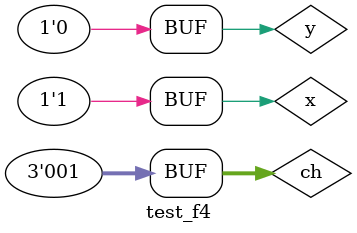
<source format=v>

module f4 (output  s, 
	input  a, 
	input  b, 
	input	[2:0] chave); 

// descrever por portas
	wire s_and;
	wire s_or;
	wire s_or2;
	wire s_nor;
	wire s_nand;	
	wire s_xor;
	wire s_xnor;
	wire s_not;
	wire s_and2;
	wire s_and3;
	wire s_and4;
	wire s_and5;
	wire s_and6;
	wire s_and7;
	wire s_and8;
	
	
	not NOT1(s_not, a);

	or OR1(s_or, a, b);
	
	and AND1(s_and, a, b);
			
	nor NOR1(s_nor, a, b);
	
	nand NAND1(s_nand, a, b);
		
	xor XOR1(s_xor, a, b);
		
	xnor XNOR1(s_xnor, a, b);
	
	
	and AND2(s_and2, s_not, ~chave[0], ~chave[1], ~chave[2]); 			
	and AND3(s_and3, s_and, ~chave[0], chave[1], chave[2]);
	and AND4(s_and4, s_or, ~chave[0], ~chave[1], chave[2]);
	and AND5(s_and5, s_nor, ~chave[0], chave[1], ~chave[2]);
	and AND6(s_and6, s_nand, chave[0], ~chave[1], ~chave[2]); 
	and AND7(s_and7, s_xor, chave[0], ~chave[1], chave[2]); 
	and AND8(s_and8, s_xnor, chave[0], chave[1], ~chave[2]); 
	
	
			
	or OR2(s, s_and2, s_and3, s_and4, s_and5, s_and6, s_and7, s_and8);
	
	 
	endmodule // f4 
	module test_f4; 

// ------------------------- definir dados 
	reg  x; 
	reg  y;
	reg [2:0] ch;
	wire  z; 
	f4 modulo (z, x, y, ch); 

// ------------------------- parte principal 
	initial begin 
	$display("Exemplo0035 - Rodrigo Arruda de Assis - 427460"); 
	$display("Test LU's module");
	$display("Legenda da chave: 00-OR 01-NOR 10-XOR  11-XNOR  \n"); 
		
	#1 ch = 0; x = 0;   y = 0;

// projetar testes do modulo 
	 $monitor("Chave = %1b\t x = %2b \t y = %2b\t  saida = %2b\n",ch,x,y,z);
	 
	 #1 ch = 0; x = 1; y = 1;
	 #1 ch = 0; x = 0; y = 1;
	 #1 ch = 0; x = 1; y = 0;
	 #1 ch = 1; x = 0; y = 0;
	 #1 ch = 1; x = 1; y = 1;
	 #1 ch = 1; x = 0; y = 1;
	 #1 ch = 1; x = 1; y = 0;
	 
end 
endmodule // test_f4 

// OBS.: QUANDO USAR DESCRICOES POR PORTAS, USAR APENAS PORTAS. EVITAR OPERADORES (~).

</source>
